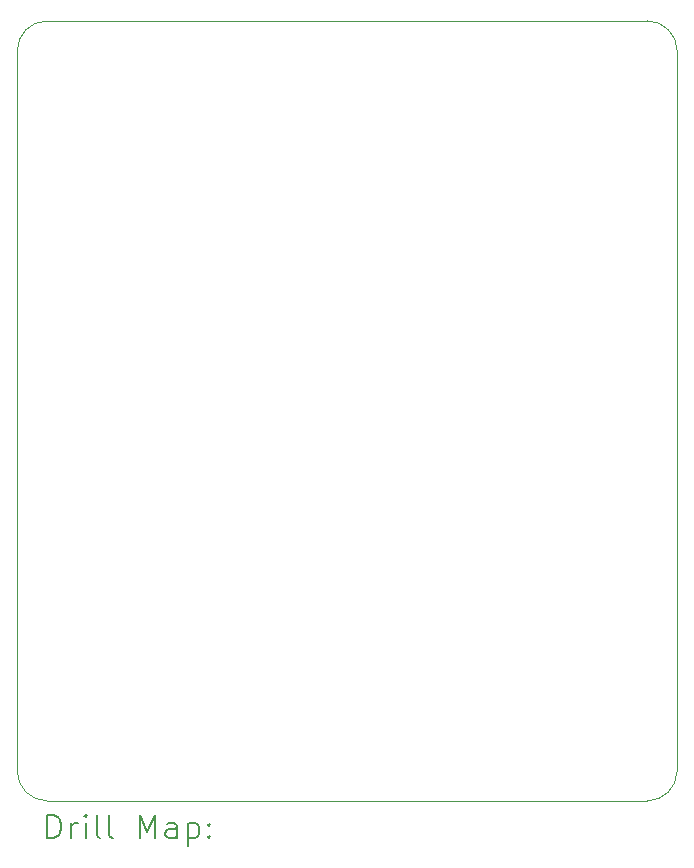
<source format=gbr>
%TF.GenerationSoftware,KiCad,Pcbnew,7.0.9*%
%TF.CreationDate,2024-06-07T12:35:13-04:00*%
%TF.ProjectId,PCBAdas,50434241-6461-4732-9e6b-696361645f70,rev?*%
%TF.SameCoordinates,Original*%
%TF.FileFunction,Drillmap*%
%TF.FilePolarity,Positive*%
%FSLAX45Y45*%
G04 Gerber Fmt 4.5, Leading zero omitted, Abs format (unit mm)*
G04 Created by KiCad (PCBNEW 7.0.9) date 2024-06-07 12:35:13*
%MOMM*%
%LPD*%
G01*
G04 APERTURE LIST*
%ADD10C,0.100000*%
%ADD11C,0.200000*%
G04 APERTURE END LIST*
D10*
X19304000Y-6858000D02*
X19304000Y-12954000D01*
X13970000Y-6604000D02*
X19050000Y-6604000D01*
X19050000Y-13208000D02*
X13970000Y-13208000D01*
X19304000Y-6858000D02*
G75*
G03*
X19050000Y-6604000I-254000J0D01*
G01*
X13716000Y-12954000D02*
G75*
G03*
X13970000Y-13208000I254000J0D01*
G01*
X13970000Y-6604000D02*
G75*
G03*
X13716000Y-6858000I0J-254000D01*
G01*
X13716000Y-6858000D02*
X13716000Y-12954000D01*
X19050000Y-13208000D02*
G75*
G03*
X19304000Y-12954000I0J254000D01*
G01*
D11*
X13971777Y-13524484D02*
X13971777Y-13324484D01*
X13971777Y-13324484D02*
X14019396Y-13324484D01*
X14019396Y-13324484D02*
X14047967Y-13334008D01*
X14047967Y-13334008D02*
X14067015Y-13353055D01*
X14067015Y-13353055D02*
X14076539Y-13372103D01*
X14076539Y-13372103D02*
X14086062Y-13410198D01*
X14086062Y-13410198D02*
X14086062Y-13438769D01*
X14086062Y-13438769D02*
X14076539Y-13476865D01*
X14076539Y-13476865D02*
X14067015Y-13495912D01*
X14067015Y-13495912D02*
X14047967Y-13514960D01*
X14047967Y-13514960D02*
X14019396Y-13524484D01*
X14019396Y-13524484D02*
X13971777Y-13524484D01*
X14171777Y-13524484D02*
X14171777Y-13391150D01*
X14171777Y-13429246D02*
X14181301Y-13410198D01*
X14181301Y-13410198D02*
X14190824Y-13400674D01*
X14190824Y-13400674D02*
X14209872Y-13391150D01*
X14209872Y-13391150D02*
X14228920Y-13391150D01*
X14295586Y-13524484D02*
X14295586Y-13391150D01*
X14295586Y-13324484D02*
X14286062Y-13334008D01*
X14286062Y-13334008D02*
X14295586Y-13343531D01*
X14295586Y-13343531D02*
X14305110Y-13334008D01*
X14305110Y-13334008D02*
X14295586Y-13324484D01*
X14295586Y-13324484D02*
X14295586Y-13343531D01*
X14419396Y-13524484D02*
X14400348Y-13514960D01*
X14400348Y-13514960D02*
X14390824Y-13495912D01*
X14390824Y-13495912D02*
X14390824Y-13324484D01*
X14524158Y-13524484D02*
X14505110Y-13514960D01*
X14505110Y-13514960D02*
X14495586Y-13495912D01*
X14495586Y-13495912D02*
X14495586Y-13324484D01*
X14752729Y-13524484D02*
X14752729Y-13324484D01*
X14752729Y-13324484D02*
X14819396Y-13467341D01*
X14819396Y-13467341D02*
X14886062Y-13324484D01*
X14886062Y-13324484D02*
X14886062Y-13524484D01*
X15067015Y-13524484D02*
X15067015Y-13419722D01*
X15067015Y-13419722D02*
X15057491Y-13400674D01*
X15057491Y-13400674D02*
X15038443Y-13391150D01*
X15038443Y-13391150D02*
X15000348Y-13391150D01*
X15000348Y-13391150D02*
X14981301Y-13400674D01*
X15067015Y-13514960D02*
X15047967Y-13524484D01*
X15047967Y-13524484D02*
X15000348Y-13524484D01*
X15000348Y-13524484D02*
X14981301Y-13514960D01*
X14981301Y-13514960D02*
X14971777Y-13495912D01*
X14971777Y-13495912D02*
X14971777Y-13476865D01*
X14971777Y-13476865D02*
X14981301Y-13457817D01*
X14981301Y-13457817D02*
X15000348Y-13448293D01*
X15000348Y-13448293D02*
X15047967Y-13448293D01*
X15047967Y-13448293D02*
X15067015Y-13438769D01*
X15162253Y-13391150D02*
X15162253Y-13591150D01*
X15162253Y-13400674D02*
X15181301Y-13391150D01*
X15181301Y-13391150D02*
X15219396Y-13391150D01*
X15219396Y-13391150D02*
X15238443Y-13400674D01*
X15238443Y-13400674D02*
X15247967Y-13410198D01*
X15247967Y-13410198D02*
X15257491Y-13429246D01*
X15257491Y-13429246D02*
X15257491Y-13486388D01*
X15257491Y-13486388D02*
X15247967Y-13505436D01*
X15247967Y-13505436D02*
X15238443Y-13514960D01*
X15238443Y-13514960D02*
X15219396Y-13524484D01*
X15219396Y-13524484D02*
X15181301Y-13524484D01*
X15181301Y-13524484D02*
X15162253Y-13514960D01*
X15343205Y-13505436D02*
X15352729Y-13514960D01*
X15352729Y-13514960D02*
X15343205Y-13524484D01*
X15343205Y-13524484D02*
X15333682Y-13514960D01*
X15333682Y-13514960D02*
X15343205Y-13505436D01*
X15343205Y-13505436D02*
X15343205Y-13524484D01*
X15343205Y-13400674D02*
X15352729Y-13410198D01*
X15352729Y-13410198D02*
X15343205Y-13419722D01*
X15343205Y-13419722D02*
X15333682Y-13410198D01*
X15333682Y-13410198D02*
X15343205Y-13400674D01*
X15343205Y-13400674D02*
X15343205Y-13419722D01*
M02*

</source>
